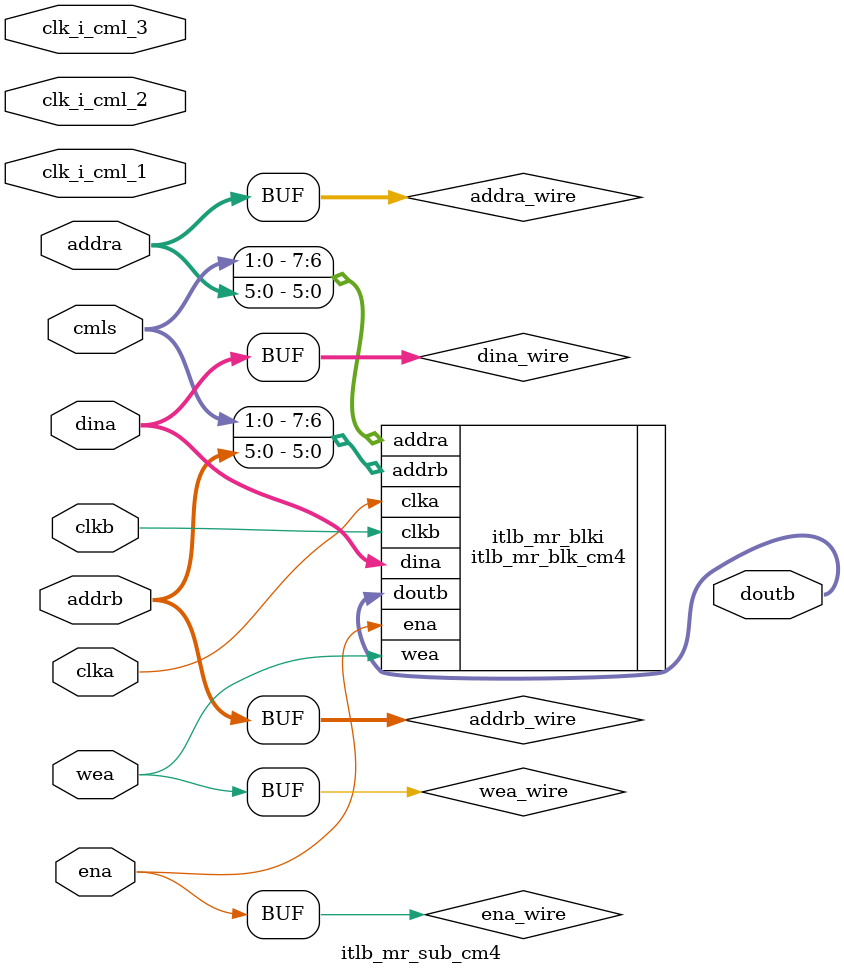
<source format=v>
/*******************************************************************************
*     This file is owned and controlled by Xilinx and must be used             *
*     solely for design, simulation, implementation and creation of            *
*     design files limited to Xilinx devices or technologies. Use              *
*     with non-Xilinx devices or technologies is expressly prohibited          *
*     and immediately terminates your license.                                 *
*                                                                              *
*     XILINX IS PROVIDING THIS DESIGN, CODE, OR INFORMATION "AS IS"            *
*     SOLELY FOR USE IN DEVELOPING PROGRAMS AND SOLUTIONS FOR                  *
*     XILINX DEVICES.  BY PROVIDING THIS DESIGN, CODE, OR INFORMATION          *
*     AS ONE POSSIBLE IMPLEMENTATION OF THIS FEATURE, APPLICATION              *
*     OR STANDARD, XILINX IS MAKING NO REPRESENTATION THAT THIS                *
*     IMPLEMENTATION IS FREE FROM ANY CLAIMS OF INFRINGEMENT,                  *
*     AND YOU ARE RESPONSIBLE FOR OBTAINING ANY RIGHTS YOU MAY REQUIRE         *
*     FOR YOUR IMPLEMENTATION.  XILINX EXPRESSLY DISCLAIMS ANY                 *
*     WARRANTY WHATSOEVER WITH RESPECT TO THE ADEQUACY OF THE                  *
*     IMPLEMENTATION, INCLUDING BUT NOT LIMITED TO ANY WARRANTIES OR           *
*     REPRESENTATIONS THAT THIS IMPLEMENTATION IS FREE FROM CLAIMS OF          *
*     INFRINGEMENT, IMPLIED WARRANTIES OF MERCHANTABILITY AND FITNESS          *
*     FOR A PARTICULAR PURPOSE.                                                *
*                                                                              *
*     Xilinx products are not intended for use in life support                 *
*     appliances, devices, or systems. Use in such applications are            *
*     expressly prohibited.                                                    *
*                                                                              *
*     (c) Copyright 1995-2009 Xilinx, Inc.                                     *
*     All rights reserved.                                                     *
*******************************************************************************/
// The synthesis directives "translate_off/translate_on" specified below are
// supported by Xilinx, Mentor Graphics and Synplicity synthesis
// tools. Ensure they are correct for your synthesis tool(s).

// You must compile the wrapper file itlb_mr_blk.v when simulating
// the core, itlb_mr_blk. When compiling the wrapper file, be sure to
// reference the XilinxCoreLib Verilog simulation library. For detailed
// instructions, please refer to the "CORE Generator Help".

`timescale 1ns/1ps

module itlb_mr_sub_cm4(
		clk_i_cml_1,
		clk_i_cml_2,
		clk_i_cml_3,
		cmls,
		
	clka,
	ena,
	wea,
	addra,
	dina,
	clkb,
	addrb,
	doutb);


input clk_i_cml_1;
input clk_i_cml_2;
input clk_i_cml_3;
input [1:0] cmls;




input clka;
input ena;
input [0 : 0] wea;
input [5 : 0] addra;
input [13 : 0] dina;
input clkb;
input [5 : 0] addrb;
output [13 : 0] doutb;

wire ena_wire;
wire [0 : 0] wea_wire;
wire [5 : 0] addra_wire;
wire [13 : 0] dina_wire;
wire [5 : 0] addrb_wire;

assign ena_wire = ena;
assign wea_wire = wea;
assign addra_wire = addra;
assign dina_wire = dina;
assign addrb_wire = addrb;

itlb_mr_blk_cm4 itlb_mr_blki(
	.clka(clka),
	.ena(ena_wire),
	.wea(wea_wire),
	.addra({cmls, addra_wire}),
	.dina(dina_wire),
	.clkb(clkb),
	.addrb({cmls, addrb_wire}),
	.doutb(doutb));

endmodule



</source>
